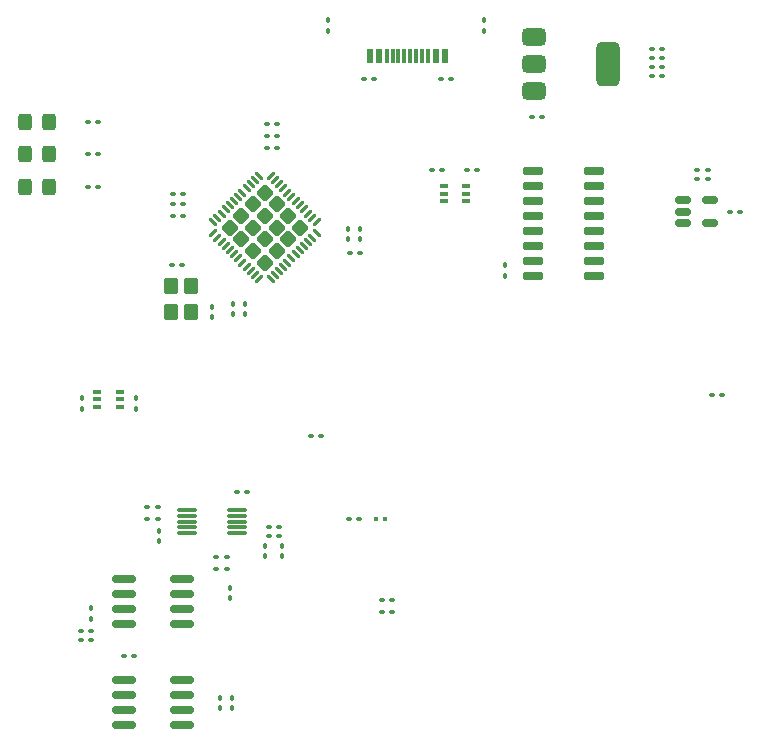
<source format=gbr>
%TF.GenerationSoftware,KiCad,Pcbnew,9.0.4*%
%TF.CreationDate,2025-10-02T19:15:19+02:00*%
%TF.ProjectId,gpsdo,67707364-6f2e-46b6-9963-61645f706362,rev?*%
%TF.SameCoordinates,Original*%
%TF.FileFunction,Paste,Top*%
%TF.FilePolarity,Positive*%
%FSLAX46Y46*%
G04 Gerber Fmt 4.6, Leading zero omitted, Abs format (unit mm)*
G04 Created by KiCad (PCBNEW 9.0.4) date 2025-10-02 19:15:19*
%MOMM*%
%LPD*%
G01*
G04 APERTURE LIST*
G04 Aperture macros list*
%AMRoundRect*
0 Rectangle with rounded corners*
0 $1 Rounding radius*
0 $2 $3 $4 $5 $6 $7 $8 $9 X,Y pos of 4 corners*
0 Add a 4 corners polygon primitive as box body*
4,1,4,$2,$3,$4,$5,$6,$7,$8,$9,$2,$3,0*
0 Add four circle primitives for the rounded corners*
1,1,$1+$1,$2,$3*
1,1,$1+$1,$4,$5*
1,1,$1+$1,$6,$7*
1,1,$1+$1,$8,$9*
0 Add four rect primitives between the rounded corners*
20,1,$1+$1,$2,$3,$4,$5,0*
20,1,$1+$1,$4,$5,$6,$7,0*
20,1,$1+$1,$6,$7,$8,$9,0*
20,1,$1+$1,$8,$9,$2,$3,0*%
G04 Aperture macros list end*
%ADD10RoundRect,0.100000X-0.225000X-0.100000X0.225000X-0.100000X0.225000X0.100000X-0.225000X0.100000X0*%
%ADD11RoundRect,0.090000X0.139000X0.090000X-0.139000X0.090000X-0.139000X-0.090000X0.139000X-0.090000X0*%
%ADD12RoundRect,0.090000X-0.139000X-0.090000X0.139000X-0.090000X0.139000X0.090000X-0.139000X0.090000X0*%
%ADD13RoundRect,0.100000X0.225000X0.100000X-0.225000X0.100000X-0.225000X-0.100000X0.225000X-0.100000X0*%
%ADD14RoundRect,0.090000X0.090000X-0.139000X0.090000X0.139000X-0.090000X0.139000X-0.090000X-0.139000X0*%
%ADD15RoundRect,0.150000X0.725000X0.150000X-0.725000X0.150000X-0.725000X-0.150000X0.725000X-0.150000X0*%
%ADD16RoundRect,0.250000X0.325000X0.450000X-0.325000X0.450000X-0.325000X-0.450000X0.325000X-0.450000X0*%
%ADD17RoundRect,0.150000X-0.825000X-0.150000X0.825000X-0.150000X0.825000X0.150000X-0.825000X0.150000X0*%
%ADD18RoundRect,0.090000X-0.090000X0.139000X-0.090000X-0.139000X0.090000X-0.139000X0.090000X0.139000X0*%
%ADD19RoundRect,0.250000X-0.350000X0.450000X-0.350000X-0.450000X0.350000X-0.450000X0.350000X0.450000X0*%
%ADD20RoundRect,0.062500X0.220971X-0.309359X0.309359X-0.220971X-0.220971X0.309359X-0.309359X0.220971X0*%
%ADD21RoundRect,0.062500X-0.220971X-0.309359X0.309359X0.220971X0.220971X0.309359X-0.309359X-0.220971X0*%
%ADD22RoundRect,0.250000X0.000000X-0.445477X0.445477X0.000000X0.000000X0.445477X-0.445477X0.000000X0*%
%ADD23RoundRect,0.375000X-0.625000X-0.375000X0.625000X-0.375000X0.625000X0.375000X-0.625000X0.375000X0*%
%ADD24RoundRect,0.500000X-0.500000X-1.400000X0.500000X-1.400000X0.500000X1.400000X-0.500000X1.400000X0*%
%ADD25RoundRect,0.150000X-0.512500X-0.150000X0.512500X-0.150000X0.512500X0.150000X-0.512500X0.150000X0*%
%ADD26R,0.600000X1.240000*%
%ADD27R,0.300000X1.240000*%
%ADD28RoundRect,0.087500X0.725000X0.087500X-0.725000X0.087500X-0.725000X-0.087500X0.725000X-0.087500X0*%
%ADD29RoundRect,0.067500X-0.137500X-0.067500X0.137500X-0.067500X0.137500X0.067500X-0.137500X0.067500X0*%
%ADD30RoundRect,0.150000X0.825000X0.150000X-0.825000X0.150000X-0.825000X-0.150000X0.825000X-0.150000X0*%
G04 APERTURE END LIST*
D10*
%TO.C,U1*%
X147742500Y-83600000D03*
X147742500Y-84250000D03*
X147742500Y-84900000D03*
X145842500Y-84900000D03*
X145842500Y-84250000D03*
X145842500Y-83600000D03*
%TD*%
D11*
%TO.C,C39*%
X145682500Y-82250000D03*
X144817500Y-82250000D03*
%TD*%
D12*
%TO.C,C38*%
X147817500Y-82250000D03*
X148682500Y-82250000D03*
%TD*%
D13*
%TO.C,U2*%
X118400000Y-102300000D03*
X118400000Y-101650000D03*
X118400000Y-101000000D03*
X116500000Y-101000000D03*
X116500000Y-101650000D03*
X116500000Y-102300000D03*
%TD*%
D14*
%TO.C,C40*%
X119750000Y-102432500D03*
X119750000Y-101567500D03*
%TD*%
%TO.C,C2*%
X115250000Y-102432500D03*
X115250000Y-101567500D03*
%TD*%
D15*
%TO.C,U8*%
X153425000Y-91195000D03*
X153425000Y-89925000D03*
X153425000Y-88655000D03*
X153425000Y-87385000D03*
X153425000Y-86115000D03*
X153425000Y-84845000D03*
X153425000Y-83575000D03*
X153425000Y-82305000D03*
X158575000Y-82305000D03*
X158575000Y-83575000D03*
X158575000Y-84845000D03*
X158575000Y-86115000D03*
X158575000Y-87385000D03*
X158575000Y-88655000D03*
X158575000Y-89925000D03*
X158575000Y-91195000D03*
%TD*%
D16*
%TO.C,D3*%
X110375000Y-78150000D03*
X112425000Y-78150000D03*
%TD*%
D17*
%TO.C,U5*%
X123682500Y-116862500D03*
X123682500Y-118132500D03*
X123682500Y-119402500D03*
X123682500Y-120672500D03*
X118732500Y-120672500D03*
X118732500Y-119402500D03*
X118732500Y-118132500D03*
X118732500Y-116862500D03*
%TD*%
D12*
%TO.C,R1*%
X131865000Y-112500000D03*
X131000000Y-112500000D03*
%TD*%
%TO.C,C18*%
X138750000Y-89250000D03*
X137885000Y-89250000D03*
%TD*%
D11*
%TO.C,R18*%
X170067500Y-85750000D03*
X170932500Y-85750000D03*
%TD*%
%TO.C,C4*%
X140575000Y-119650000D03*
X141440000Y-119650000D03*
%TD*%
%TO.C,C32*%
X134567500Y-104750000D03*
X135432500Y-104750000D03*
%TD*%
D12*
%TO.C,C5*%
X169432500Y-101250000D03*
X168567500Y-101250000D03*
%TD*%
D14*
%TO.C,R16*%
X136000000Y-69567500D03*
X136000000Y-70432500D03*
%TD*%
D18*
%TO.C,C21*%
X137750000Y-88115000D03*
X137750000Y-87250000D03*
%TD*%
D11*
%TO.C,R13*%
X115717500Y-80900000D03*
X116582500Y-80900000D03*
%TD*%
D12*
%TO.C,C31*%
X164340000Y-73500000D03*
X163475000Y-73500000D03*
%TD*%
D19*
%TO.C,X1*%
X124450000Y-92015000D03*
X124450000Y-94215000D03*
X122750000Y-94215000D03*
X122750000Y-92015000D03*
%TD*%
D12*
%TO.C,C12*%
X119640000Y-123387500D03*
X118775000Y-123387500D03*
%TD*%
D20*
%TO.C,U6*%
X126312277Y-86628864D03*
X126665830Y-86275311D03*
X127019384Y-85921757D03*
X127372937Y-85568204D03*
X127726490Y-85214651D03*
X128080044Y-84861097D03*
X128433597Y-84507544D03*
X128787151Y-84153990D03*
X129140704Y-83800437D03*
X129494257Y-83446884D03*
X129847811Y-83093330D03*
X130201364Y-82739777D03*
D21*
X131173636Y-82739777D03*
X131527189Y-83093330D03*
X131880743Y-83446884D03*
X132234296Y-83800437D03*
X132587849Y-84153990D03*
X132941403Y-84507544D03*
X133294956Y-84861097D03*
X133648510Y-85214651D03*
X134002063Y-85568204D03*
X134355616Y-85921757D03*
X134709170Y-86275311D03*
X135062723Y-86628864D03*
D20*
X135062723Y-87601136D03*
X134709170Y-87954689D03*
X134355616Y-88308243D03*
X134002063Y-88661796D03*
X133648510Y-89015349D03*
X133294956Y-89368903D03*
X132941403Y-89722456D03*
X132587849Y-90076010D03*
X132234296Y-90429563D03*
X131880743Y-90783116D03*
X131527189Y-91136670D03*
X131173636Y-91490223D03*
D21*
X130201364Y-91490223D03*
X129847811Y-91136670D03*
X129494257Y-90783116D03*
X129140704Y-90429563D03*
X128787151Y-90076010D03*
X128433597Y-89722456D03*
X128080044Y-89368903D03*
X127726490Y-89015349D03*
X127372937Y-88661796D03*
X127019384Y-88308243D03*
X126665830Y-87954689D03*
X126312277Y-87601136D03*
D22*
X133657348Y-87115000D03*
X132667399Y-86125051D03*
X131677449Y-85135101D03*
X130687500Y-84145152D03*
X132667399Y-88104949D03*
X131677449Y-87115000D03*
X130687500Y-86125051D03*
X129697551Y-85135101D03*
X131677449Y-89094899D03*
X130687500Y-88104949D03*
X129697551Y-87115000D03*
X128707601Y-86125051D03*
X130687500Y-90084848D03*
X129697551Y-89094899D03*
X128707601Y-88104949D03*
X127717652Y-87115000D03*
%TD*%
D14*
%TO.C,C15*%
X121750000Y-112817500D03*
X121750000Y-113682500D03*
%TD*%
D12*
%TO.C,C20*%
X131750000Y-80365000D03*
X130885000Y-80365000D03*
%TD*%
D14*
%TO.C,R8*%
X127750000Y-117610000D03*
X127750000Y-118475000D03*
%TD*%
D12*
%TO.C,C11*%
X127457500Y-115021250D03*
X126592500Y-115021250D03*
%TD*%
D11*
%TO.C,C3*%
X140575000Y-118650000D03*
X141440000Y-118650000D03*
%TD*%
D18*
%TO.C,C27*%
X128000000Y-94432500D03*
X128000000Y-93567500D03*
%TD*%
D23*
%TO.C,U7*%
X153450000Y-75550000D03*
D24*
X159750000Y-73250000D03*
D23*
X153450000Y-73250000D03*
X153450000Y-70950000D03*
%TD*%
D16*
%TO.C,D1*%
X110375000Y-83650000D03*
X112425000Y-83650000D03*
%TD*%
D11*
%TO.C,R17*%
X137817500Y-111750000D03*
X138682500Y-111750000D03*
%TD*%
D18*
%TO.C,C7*%
X132182500Y-114932500D03*
X132182500Y-114067500D03*
%TD*%
%TO.C,C17*%
X126250000Y-94682500D03*
X126250000Y-93817500D03*
%TD*%
D11*
%TO.C,R12*%
X115717500Y-83650000D03*
X116582500Y-83650000D03*
%TD*%
D25*
%TO.C,U9*%
X168387500Y-84800000D03*
X168387500Y-86700000D03*
X166112500Y-86700000D03*
X166112500Y-85750000D03*
X166112500Y-84800000D03*
%TD*%
D14*
%TO.C,C8*%
X126932500Y-126952500D03*
X126932500Y-127817500D03*
%TD*%
D11*
%TO.C,R9*%
X122885000Y-84250000D03*
X123750000Y-84250000D03*
%TD*%
D26*
%TO.C,J3*%
X145950000Y-72600000D03*
X145150000Y-72600000D03*
D27*
X144500000Y-72600000D03*
X143500000Y-72600000D03*
X142000000Y-72600000D03*
X141000000Y-72600000D03*
D26*
X140350000Y-72600000D03*
X139550000Y-72600000D03*
X139550000Y-72600000D03*
X140350000Y-72600000D03*
D27*
X141500000Y-72600000D03*
X142500000Y-72600000D03*
X143000000Y-72600000D03*
X144000000Y-72600000D03*
D26*
X145150000Y-72600000D03*
X145950000Y-72600000D03*
%TD*%
D11*
%TO.C,R6*%
X120750000Y-110750000D03*
X121615000Y-110750000D03*
%TD*%
%TO.C,C37*%
X167317500Y-83000000D03*
X168182500Y-83000000D03*
%TD*%
D14*
%TO.C,C1*%
X151000000Y-90317500D03*
X151000000Y-91182500D03*
%TD*%
D28*
%TO.C,U4*%
X124070000Y-113000000D03*
X124070000Y-112500000D03*
X124070000Y-112000000D03*
X124070000Y-111500000D03*
X124070000Y-111000000D03*
X128295000Y-111000000D03*
X128295000Y-111500000D03*
X128295000Y-112000000D03*
X128295000Y-112500000D03*
X128295000Y-113000000D03*
%TD*%
D12*
%TO.C,C29*%
X164340000Y-72000000D03*
X163475000Y-72000000D03*
%TD*%
D11*
%TO.C,L1*%
X131000000Y-113250000D03*
X131865000Y-113250000D03*
%TD*%
D14*
%TO.C,C6*%
X127932500Y-126952500D03*
X127932500Y-127817500D03*
%TD*%
D11*
%TO.C,R14*%
X115717500Y-78150000D03*
X116582500Y-78150000D03*
%TD*%
D12*
%TO.C,C28*%
X154182500Y-77750000D03*
X153317500Y-77750000D03*
%TD*%
D18*
%TO.C,C9*%
X130682500Y-114932500D03*
X130682500Y-114067500D03*
%TD*%
D29*
%TO.C,TH1*%
X140862500Y-111750000D03*
X140137500Y-111750000D03*
%TD*%
D12*
%TO.C,C33*%
X164340000Y-74250000D03*
X163475000Y-74250000D03*
%TD*%
%TO.C,C10*%
X127457500Y-116021250D03*
X126592500Y-116021250D03*
%TD*%
D11*
%TO.C,C19*%
X122885000Y-85115000D03*
X123750000Y-85115000D03*
%TD*%
D12*
%TO.C,C23*%
X131750000Y-79365000D03*
X130885000Y-79365000D03*
%TD*%
D16*
%TO.C,D2*%
X110375000Y-80900000D03*
X112425000Y-80900000D03*
%TD*%
D14*
%TO.C,R4*%
X115957500Y-119360000D03*
X115957500Y-120225000D03*
%TD*%
D12*
%TO.C,C25*%
X131725000Y-78365000D03*
X130860000Y-78365000D03*
%TD*%
%TO.C,C34*%
X146432500Y-74500000D03*
X145567500Y-74500000D03*
%TD*%
D30*
%TO.C,U3*%
X118732500Y-129197500D03*
X118732500Y-127927500D03*
X118732500Y-126657500D03*
X118732500Y-125387500D03*
X123682500Y-125387500D03*
X123682500Y-126657500D03*
X123682500Y-127927500D03*
X123682500Y-129197500D03*
%TD*%
D11*
%TO.C,C13*%
X115092500Y-121292500D03*
X115957500Y-121292500D03*
%TD*%
%TO.C,C36*%
X167317500Y-82250000D03*
X168182500Y-82250000D03*
%TD*%
%TO.C,C22*%
X122885000Y-86115000D03*
X123750000Y-86115000D03*
%TD*%
D14*
%TO.C,R15*%
X149250000Y-69567500D03*
X149250000Y-70432500D03*
%TD*%
D18*
%TO.C,C24*%
X138750000Y-88115000D03*
X138750000Y-87250000D03*
%TD*%
D12*
%TO.C,R7*%
X129182500Y-109500000D03*
X128317500Y-109500000D03*
%TD*%
D18*
%TO.C,C26*%
X129000000Y-94432500D03*
X129000000Y-93567500D03*
%TD*%
D11*
%TO.C,R5*%
X120750000Y-111750000D03*
X121615000Y-111750000D03*
%TD*%
D12*
%TO.C,C30*%
X164340000Y-72750000D03*
X163475000Y-72750000D03*
%TD*%
%TO.C,C16*%
X123682500Y-90250000D03*
X122817500Y-90250000D03*
%TD*%
D11*
%TO.C,C14*%
X115092500Y-122042500D03*
X115957500Y-122042500D03*
%TD*%
%TO.C,C35*%
X139067500Y-74500000D03*
X139932500Y-74500000D03*
%TD*%
M02*

</source>
